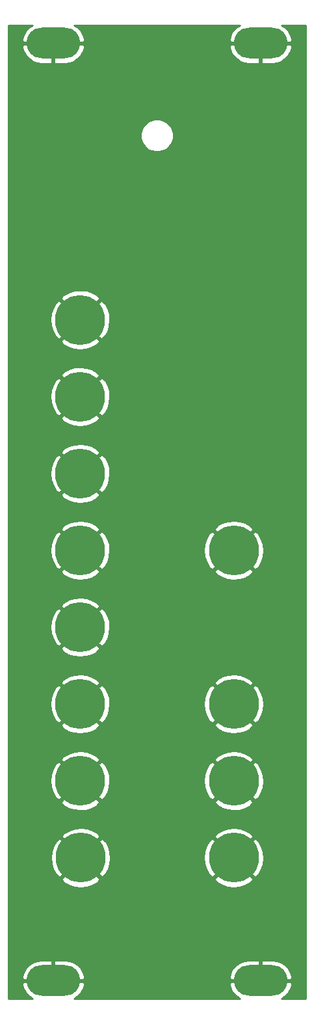
<source format=gbl>
G04 #@! TF.GenerationSoftware,KiCad,Pcbnew,(5.1.9)-1*
G04 #@! TF.CreationDate,2021-04-28T19:55:50+02:00*
G04 #@! TF.ProjectId,KicadJE_Drum_PE78 - Face,4b696361-644a-4455-9f44-72756d5f5045,rev?*
G04 #@! TF.SameCoordinates,Original*
G04 #@! TF.FileFunction,Copper,L2,Bot*
G04 #@! TF.FilePolarity,Positive*
%FSLAX46Y46*%
G04 Gerber Fmt 4.6, Leading zero omitted, Abs format (unit mm)*
G04 Created by KiCad (PCBNEW (5.1.9)-1) date 2021-04-28 19:55:50*
%MOMM*%
%LPD*%
G01*
G04 APERTURE LIST*
G04 #@! TA.AperFunction,ComponentPad*
%ADD10C,6.500000*%
G04 #@! TD*
G04 #@! TA.AperFunction,ComponentPad*
%ADD11O,7.000000X4.000000*%
G04 #@! TD*
G04 #@! TA.AperFunction,Conductor*
%ADD12C,0.254000*%
G04 #@! TD*
G04 #@! TA.AperFunction,Conductor*
%ADD13C,0.150000*%
G04 #@! TD*
G04 APERTURE END LIST*
D10*
X223000000Y-135000000D03*
X223000000Y-125000000D03*
X203000000Y-75000000D03*
X203000000Y-85000000D03*
X203000000Y-95000000D03*
D11*
X226500000Y-39000000D03*
X199500000Y-39000000D03*
X199500000Y-161000000D03*
D10*
X203000000Y-105000000D03*
D11*
X226500000Y-161000000D03*
D10*
X203000000Y-115000000D03*
X203075001Y-145000000D03*
X203000000Y-125000000D03*
X223000000Y-105000000D03*
X223000000Y-145000000D03*
X203000000Y-135000000D03*
D12*
X196430475Y-36879635D02*
X196046970Y-37226576D01*
X195738519Y-37641669D01*
X195516975Y-38108962D01*
X195420333Y-38462838D01*
X195527009Y-38873000D01*
X199373000Y-38873000D01*
X199373000Y-38853000D01*
X199627000Y-38853000D01*
X199627000Y-38873000D01*
X203472991Y-38873000D01*
X203579667Y-38462838D01*
X203483025Y-38108962D01*
X203261481Y-37641669D01*
X202953030Y-37226576D01*
X202569525Y-36879635D01*
X202202314Y-36660000D01*
X223797686Y-36660000D01*
X223430475Y-36879635D01*
X223046970Y-37226576D01*
X222738519Y-37641669D01*
X222516975Y-38108962D01*
X222420333Y-38462838D01*
X222527009Y-38873000D01*
X226373000Y-38873000D01*
X226373000Y-38853000D01*
X226627000Y-38853000D01*
X226627000Y-38873000D01*
X230472991Y-38873000D01*
X230579667Y-38462838D01*
X230483025Y-38108962D01*
X230261481Y-37641669D01*
X229953030Y-37226576D01*
X229569525Y-36879635D01*
X229202314Y-36660000D01*
X232340000Y-36660000D01*
X232340001Y-163340000D01*
X229202314Y-163340000D01*
X229569525Y-163120365D01*
X229953030Y-162773424D01*
X230261481Y-162358331D01*
X230483025Y-161891038D01*
X230579667Y-161537162D01*
X230472991Y-161127000D01*
X226627000Y-161127000D01*
X226627000Y-161147000D01*
X226373000Y-161147000D01*
X226373000Y-161127000D01*
X222527009Y-161127000D01*
X222420333Y-161537162D01*
X222516975Y-161891038D01*
X222738519Y-162358331D01*
X223046970Y-162773424D01*
X223430475Y-163120365D01*
X223797686Y-163340000D01*
X202202314Y-163340000D01*
X202569525Y-163120365D01*
X202953030Y-162773424D01*
X203261481Y-162358331D01*
X203483025Y-161891038D01*
X203579667Y-161537162D01*
X203472991Y-161127000D01*
X199627000Y-161127000D01*
X199627000Y-161147000D01*
X199373000Y-161147000D01*
X199373000Y-161127000D01*
X195527009Y-161127000D01*
X195420333Y-161537162D01*
X195516975Y-161891038D01*
X195738519Y-162358331D01*
X196046970Y-162773424D01*
X196430475Y-163120365D01*
X196797686Y-163340000D01*
X193660000Y-163340000D01*
X193660000Y-160462838D01*
X195420333Y-160462838D01*
X195527009Y-160873000D01*
X199373000Y-160873000D01*
X199373000Y-158365000D01*
X199627000Y-158365000D01*
X199627000Y-160873000D01*
X203472991Y-160873000D01*
X203579667Y-160462838D01*
X222420333Y-160462838D01*
X222527009Y-160873000D01*
X226373000Y-160873000D01*
X226373000Y-158365000D01*
X226627000Y-158365000D01*
X226627000Y-160873000D01*
X230472991Y-160873000D01*
X230579667Y-160462838D01*
X230483025Y-160108962D01*
X230261481Y-159641669D01*
X229953030Y-159226576D01*
X229569525Y-158879635D01*
X229125704Y-158614178D01*
X228638623Y-158440407D01*
X228127000Y-158365000D01*
X226627000Y-158365000D01*
X226373000Y-158365000D01*
X224873000Y-158365000D01*
X224361377Y-158440407D01*
X223874296Y-158614178D01*
X223430475Y-158879635D01*
X223046970Y-159226576D01*
X222738519Y-159641669D01*
X222516975Y-160108962D01*
X222420333Y-160462838D01*
X203579667Y-160462838D01*
X203483025Y-160108962D01*
X203261481Y-159641669D01*
X202953030Y-159226576D01*
X202569525Y-158879635D01*
X202125704Y-158614178D01*
X201638623Y-158440407D01*
X201127000Y-158365000D01*
X199627000Y-158365000D01*
X199373000Y-158365000D01*
X197873000Y-158365000D01*
X197361377Y-158440407D01*
X196874296Y-158614178D01*
X196430475Y-158879635D01*
X196046970Y-159226576D01*
X195738519Y-159641669D01*
X195516975Y-160108962D01*
X195420333Y-160462838D01*
X193660000Y-160462838D01*
X193660000Y-147736428D01*
X200518178Y-147736428D01*
X200884366Y-148231216D01*
X201556838Y-148596501D01*
X202287651Y-148823575D01*
X203048722Y-148903710D01*
X203810804Y-148833828D01*
X204544609Y-148616614D01*
X205221937Y-148260416D01*
X205265636Y-148231216D01*
X205631824Y-147736428D01*
X220443177Y-147736428D01*
X220809365Y-148231216D01*
X221481837Y-148596501D01*
X222212650Y-148823575D01*
X222973721Y-148903710D01*
X223735803Y-148833828D01*
X224469608Y-148616614D01*
X225146936Y-148260416D01*
X225190635Y-148231216D01*
X225556823Y-147736428D01*
X223000000Y-145179605D01*
X220443177Y-147736428D01*
X205631824Y-147736428D01*
X203075001Y-145179605D01*
X200518178Y-147736428D01*
X193660000Y-147736428D01*
X193660000Y-144973721D01*
X199171291Y-144973721D01*
X199241173Y-145735803D01*
X199458387Y-146469608D01*
X199814585Y-147146936D01*
X199843785Y-147190635D01*
X200338573Y-147556823D01*
X202895396Y-145000000D01*
X203254606Y-145000000D01*
X205811429Y-147556823D01*
X206306217Y-147190635D01*
X206671502Y-146518163D01*
X206898576Y-145787350D01*
X206978711Y-145026279D01*
X206973892Y-144973721D01*
X219096290Y-144973721D01*
X219166172Y-145735803D01*
X219383386Y-146469608D01*
X219739584Y-147146936D01*
X219768784Y-147190635D01*
X220263572Y-147556823D01*
X222820395Y-145000000D01*
X223179605Y-145000000D01*
X225736428Y-147556823D01*
X226231216Y-147190635D01*
X226596501Y-146518163D01*
X226823575Y-145787350D01*
X226903710Y-145026279D01*
X226833828Y-144264197D01*
X226616614Y-143530392D01*
X226260416Y-142853064D01*
X226231216Y-142809365D01*
X225736428Y-142443177D01*
X223179605Y-145000000D01*
X222820395Y-145000000D01*
X220263572Y-142443177D01*
X219768784Y-142809365D01*
X219403499Y-143481837D01*
X219176425Y-144212650D01*
X219096290Y-144973721D01*
X206973892Y-144973721D01*
X206908829Y-144264197D01*
X206691615Y-143530392D01*
X206335417Y-142853064D01*
X206306217Y-142809365D01*
X205811429Y-142443177D01*
X203254606Y-145000000D01*
X202895396Y-145000000D01*
X200338573Y-142443177D01*
X199843785Y-142809365D01*
X199478500Y-143481837D01*
X199251426Y-144212650D01*
X199171291Y-144973721D01*
X193660000Y-144973721D01*
X193660000Y-142263572D01*
X200518178Y-142263572D01*
X203075001Y-144820395D01*
X205631824Y-142263572D01*
X220443177Y-142263572D01*
X223000000Y-144820395D01*
X225556823Y-142263572D01*
X225190635Y-141768784D01*
X224518163Y-141403499D01*
X223787350Y-141176425D01*
X223026279Y-141096290D01*
X222264197Y-141166172D01*
X221530392Y-141383386D01*
X220853064Y-141739584D01*
X220809365Y-141768784D01*
X220443177Y-142263572D01*
X205631824Y-142263572D01*
X205265636Y-141768784D01*
X204593164Y-141403499D01*
X203862351Y-141176425D01*
X203101280Y-141096290D01*
X202339198Y-141166172D01*
X201605393Y-141383386D01*
X200928065Y-141739584D01*
X200884366Y-141768784D01*
X200518178Y-142263572D01*
X193660000Y-142263572D01*
X193660000Y-137736428D01*
X200443177Y-137736428D01*
X200809365Y-138231216D01*
X201481837Y-138596501D01*
X202212650Y-138823575D01*
X202973721Y-138903710D01*
X203735803Y-138833828D01*
X204469608Y-138616614D01*
X205146936Y-138260416D01*
X205190635Y-138231216D01*
X205556823Y-137736428D01*
X220443177Y-137736428D01*
X220809365Y-138231216D01*
X221481837Y-138596501D01*
X222212650Y-138823575D01*
X222973721Y-138903710D01*
X223735803Y-138833828D01*
X224469608Y-138616614D01*
X225146936Y-138260416D01*
X225190635Y-138231216D01*
X225556823Y-137736428D01*
X223000000Y-135179605D01*
X220443177Y-137736428D01*
X205556823Y-137736428D01*
X203000000Y-135179605D01*
X200443177Y-137736428D01*
X193660000Y-137736428D01*
X193660000Y-134973721D01*
X199096290Y-134973721D01*
X199166172Y-135735803D01*
X199383386Y-136469608D01*
X199739584Y-137146936D01*
X199768784Y-137190635D01*
X200263572Y-137556823D01*
X202820395Y-135000000D01*
X203179605Y-135000000D01*
X205736428Y-137556823D01*
X206231216Y-137190635D01*
X206596501Y-136518163D01*
X206823575Y-135787350D01*
X206903710Y-135026279D01*
X206898891Y-134973721D01*
X219096290Y-134973721D01*
X219166172Y-135735803D01*
X219383386Y-136469608D01*
X219739584Y-137146936D01*
X219768784Y-137190635D01*
X220263572Y-137556823D01*
X222820395Y-135000000D01*
X223179605Y-135000000D01*
X225736428Y-137556823D01*
X226231216Y-137190635D01*
X226596501Y-136518163D01*
X226823575Y-135787350D01*
X226903710Y-135026279D01*
X226833828Y-134264197D01*
X226616614Y-133530392D01*
X226260416Y-132853064D01*
X226231216Y-132809365D01*
X225736428Y-132443177D01*
X223179605Y-135000000D01*
X222820395Y-135000000D01*
X220263572Y-132443177D01*
X219768784Y-132809365D01*
X219403499Y-133481837D01*
X219176425Y-134212650D01*
X219096290Y-134973721D01*
X206898891Y-134973721D01*
X206833828Y-134264197D01*
X206616614Y-133530392D01*
X206260416Y-132853064D01*
X206231216Y-132809365D01*
X205736428Y-132443177D01*
X203179605Y-135000000D01*
X202820395Y-135000000D01*
X200263572Y-132443177D01*
X199768784Y-132809365D01*
X199403499Y-133481837D01*
X199176425Y-134212650D01*
X199096290Y-134973721D01*
X193660000Y-134973721D01*
X193660000Y-132263572D01*
X200443177Y-132263572D01*
X203000000Y-134820395D01*
X205556823Y-132263572D01*
X220443177Y-132263572D01*
X223000000Y-134820395D01*
X225556823Y-132263572D01*
X225190635Y-131768784D01*
X224518163Y-131403499D01*
X223787350Y-131176425D01*
X223026279Y-131096290D01*
X222264197Y-131166172D01*
X221530392Y-131383386D01*
X220853064Y-131739584D01*
X220809365Y-131768784D01*
X220443177Y-132263572D01*
X205556823Y-132263572D01*
X205190635Y-131768784D01*
X204518163Y-131403499D01*
X203787350Y-131176425D01*
X203026279Y-131096290D01*
X202264197Y-131166172D01*
X201530392Y-131383386D01*
X200853064Y-131739584D01*
X200809365Y-131768784D01*
X200443177Y-132263572D01*
X193660000Y-132263572D01*
X193660000Y-127736428D01*
X200443177Y-127736428D01*
X200809365Y-128231216D01*
X201481837Y-128596501D01*
X202212650Y-128823575D01*
X202973721Y-128903710D01*
X203735803Y-128833828D01*
X204469608Y-128616614D01*
X205146936Y-128260416D01*
X205190635Y-128231216D01*
X205556823Y-127736428D01*
X220443177Y-127736428D01*
X220809365Y-128231216D01*
X221481837Y-128596501D01*
X222212650Y-128823575D01*
X222973721Y-128903710D01*
X223735803Y-128833828D01*
X224469608Y-128616614D01*
X225146936Y-128260416D01*
X225190635Y-128231216D01*
X225556823Y-127736428D01*
X223000000Y-125179605D01*
X220443177Y-127736428D01*
X205556823Y-127736428D01*
X203000000Y-125179605D01*
X200443177Y-127736428D01*
X193660000Y-127736428D01*
X193660000Y-124973721D01*
X199096290Y-124973721D01*
X199166172Y-125735803D01*
X199383386Y-126469608D01*
X199739584Y-127146936D01*
X199768784Y-127190635D01*
X200263572Y-127556823D01*
X202820395Y-125000000D01*
X203179605Y-125000000D01*
X205736428Y-127556823D01*
X206231216Y-127190635D01*
X206596501Y-126518163D01*
X206823575Y-125787350D01*
X206903710Y-125026279D01*
X206898891Y-124973721D01*
X219096290Y-124973721D01*
X219166172Y-125735803D01*
X219383386Y-126469608D01*
X219739584Y-127146936D01*
X219768784Y-127190635D01*
X220263572Y-127556823D01*
X222820395Y-125000000D01*
X223179605Y-125000000D01*
X225736428Y-127556823D01*
X226231216Y-127190635D01*
X226596501Y-126518163D01*
X226823575Y-125787350D01*
X226903710Y-125026279D01*
X226833828Y-124264197D01*
X226616614Y-123530392D01*
X226260416Y-122853064D01*
X226231216Y-122809365D01*
X225736428Y-122443177D01*
X223179605Y-125000000D01*
X222820395Y-125000000D01*
X220263572Y-122443177D01*
X219768784Y-122809365D01*
X219403499Y-123481837D01*
X219176425Y-124212650D01*
X219096290Y-124973721D01*
X206898891Y-124973721D01*
X206833828Y-124264197D01*
X206616614Y-123530392D01*
X206260416Y-122853064D01*
X206231216Y-122809365D01*
X205736428Y-122443177D01*
X203179605Y-125000000D01*
X202820395Y-125000000D01*
X200263572Y-122443177D01*
X199768784Y-122809365D01*
X199403499Y-123481837D01*
X199176425Y-124212650D01*
X199096290Y-124973721D01*
X193660000Y-124973721D01*
X193660000Y-122263572D01*
X200443177Y-122263572D01*
X203000000Y-124820395D01*
X205556823Y-122263572D01*
X220443177Y-122263572D01*
X223000000Y-124820395D01*
X225556823Y-122263572D01*
X225190635Y-121768784D01*
X224518163Y-121403499D01*
X223787350Y-121176425D01*
X223026279Y-121096290D01*
X222264197Y-121166172D01*
X221530392Y-121383386D01*
X220853064Y-121739584D01*
X220809365Y-121768784D01*
X220443177Y-122263572D01*
X205556823Y-122263572D01*
X205190635Y-121768784D01*
X204518163Y-121403499D01*
X203787350Y-121176425D01*
X203026279Y-121096290D01*
X202264197Y-121166172D01*
X201530392Y-121383386D01*
X200853064Y-121739584D01*
X200809365Y-121768784D01*
X200443177Y-122263572D01*
X193660000Y-122263572D01*
X193660000Y-117736428D01*
X200443177Y-117736428D01*
X200809365Y-118231216D01*
X201481837Y-118596501D01*
X202212650Y-118823575D01*
X202973721Y-118903710D01*
X203735803Y-118833828D01*
X204469608Y-118616614D01*
X205146936Y-118260416D01*
X205190635Y-118231216D01*
X205556823Y-117736428D01*
X203000000Y-115179605D01*
X200443177Y-117736428D01*
X193660000Y-117736428D01*
X193660000Y-114973721D01*
X199096290Y-114973721D01*
X199166172Y-115735803D01*
X199383386Y-116469608D01*
X199739584Y-117146936D01*
X199768784Y-117190635D01*
X200263572Y-117556823D01*
X202820395Y-115000000D01*
X203179605Y-115000000D01*
X205736428Y-117556823D01*
X206231216Y-117190635D01*
X206596501Y-116518163D01*
X206823575Y-115787350D01*
X206903710Y-115026279D01*
X206833828Y-114264197D01*
X206616614Y-113530392D01*
X206260416Y-112853064D01*
X206231216Y-112809365D01*
X205736428Y-112443177D01*
X203179605Y-115000000D01*
X202820395Y-115000000D01*
X200263572Y-112443177D01*
X199768784Y-112809365D01*
X199403499Y-113481837D01*
X199176425Y-114212650D01*
X199096290Y-114973721D01*
X193660000Y-114973721D01*
X193660000Y-112263572D01*
X200443177Y-112263572D01*
X203000000Y-114820395D01*
X205556823Y-112263572D01*
X205190635Y-111768784D01*
X204518163Y-111403499D01*
X203787350Y-111176425D01*
X203026279Y-111096290D01*
X202264197Y-111166172D01*
X201530392Y-111383386D01*
X200853064Y-111739584D01*
X200809365Y-111768784D01*
X200443177Y-112263572D01*
X193660000Y-112263572D01*
X193660000Y-107736428D01*
X200443177Y-107736428D01*
X200809365Y-108231216D01*
X201481837Y-108596501D01*
X202212650Y-108823575D01*
X202973721Y-108903710D01*
X203735803Y-108833828D01*
X204469608Y-108616614D01*
X205146936Y-108260416D01*
X205190635Y-108231216D01*
X205556823Y-107736428D01*
X220443177Y-107736428D01*
X220809365Y-108231216D01*
X221481837Y-108596501D01*
X222212650Y-108823575D01*
X222973721Y-108903710D01*
X223735803Y-108833828D01*
X224469608Y-108616614D01*
X225146936Y-108260416D01*
X225190635Y-108231216D01*
X225556823Y-107736428D01*
X223000000Y-105179605D01*
X220443177Y-107736428D01*
X205556823Y-107736428D01*
X203000000Y-105179605D01*
X200443177Y-107736428D01*
X193660000Y-107736428D01*
X193660000Y-104973721D01*
X199096290Y-104973721D01*
X199166172Y-105735803D01*
X199383386Y-106469608D01*
X199739584Y-107146936D01*
X199768784Y-107190635D01*
X200263572Y-107556823D01*
X202820395Y-105000000D01*
X203179605Y-105000000D01*
X205736428Y-107556823D01*
X206231216Y-107190635D01*
X206596501Y-106518163D01*
X206823575Y-105787350D01*
X206903710Y-105026279D01*
X206898891Y-104973721D01*
X219096290Y-104973721D01*
X219166172Y-105735803D01*
X219383386Y-106469608D01*
X219739584Y-107146936D01*
X219768784Y-107190635D01*
X220263572Y-107556823D01*
X222820395Y-105000000D01*
X223179605Y-105000000D01*
X225736428Y-107556823D01*
X226231216Y-107190635D01*
X226596501Y-106518163D01*
X226823575Y-105787350D01*
X226903710Y-105026279D01*
X226833828Y-104264197D01*
X226616614Y-103530392D01*
X226260416Y-102853064D01*
X226231216Y-102809365D01*
X225736428Y-102443177D01*
X223179605Y-105000000D01*
X222820395Y-105000000D01*
X220263572Y-102443177D01*
X219768784Y-102809365D01*
X219403499Y-103481837D01*
X219176425Y-104212650D01*
X219096290Y-104973721D01*
X206898891Y-104973721D01*
X206833828Y-104264197D01*
X206616614Y-103530392D01*
X206260416Y-102853064D01*
X206231216Y-102809365D01*
X205736428Y-102443177D01*
X203179605Y-105000000D01*
X202820395Y-105000000D01*
X200263572Y-102443177D01*
X199768784Y-102809365D01*
X199403499Y-103481837D01*
X199176425Y-104212650D01*
X199096290Y-104973721D01*
X193660000Y-104973721D01*
X193660000Y-102263572D01*
X200443177Y-102263572D01*
X203000000Y-104820395D01*
X205556823Y-102263572D01*
X220443177Y-102263572D01*
X223000000Y-104820395D01*
X225556823Y-102263572D01*
X225190635Y-101768784D01*
X224518163Y-101403499D01*
X223787350Y-101176425D01*
X223026279Y-101096290D01*
X222264197Y-101166172D01*
X221530392Y-101383386D01*
X220853064Y-101739584D01*
X220809365Y-101768784D01*
X220443177Y-102263572D01*
X205556823Y-102263572D01*
X205190635Y-101768784D01*
X204518163Y-101403499D01*
X203787350Y-101176425D01*
X203026279Y-101096290D01*
X202264197Y-101166172D01*
X201530392Y-101383386D01*
X200853064Y-101739584D01*
X200809365Y-101768784D01*
X200443177Y-102263572D01*
X193660000Y-102263572D01*
X193660000Y-97736428D01*
X200443177Y-97736428D01*
X200809365Y-98231216D01*
X201481837Y-98596501D01*
X202212650Y-98823575D01*
X202973721Y-98903710D01*
X203735803Y-98833828D01*
X204469608Y-98616614D01*
X205146936Y-98260416D01*
X205190635Y-98231216D01*
X205556823Y-97736428D01*
X203000000Y-95179605D01*
X200443177Y-97736428D01*
X193660000Y-97736428D01*
X193660000Y-94973721D01*
X199096290Y-94973721D01*
X199166172Y-95735803D01*
X199383386Y-96469608D01*
X199739584Y-97146936D01*
X199768784Y-97190635D01*
X200263572Y-97556823D01*
X202820395Y-95000000D01*
X203179605Y-95000000D01*
X205736428Y-97556823D01*
X206231216Y-97190635D01*
X206596501Y-96518163D01*
X206823575Y-95787350D01*
X206903710Y-95026279D01*
X206833828Y-94264197D01*
X206616614Y-93530392D01*
X206260416Y-92853064D01*
X206231216Y-92809365D01*
X205736428Y-92443177D01*
X203179605Y-95000000D01*
X202820395Y-95000000D01*
X200263572Y-92443177D01*
X199768784Y-92809365D01*
X199403499Y-93481837D01*
X199176425Y-94212650D01*
X199096290Y-94973721D01*
X193660000Y-94973721D01*
X193660000Y-92263572D01*
X200443177Y-92263572D01*
X203000000Y-94820395D01*
X205556823Y-92263572D01*
X205190635Y-91768784D01*
X204518163Y-91403499D01*
X203787350Y-91176425D01*
X203026279Y-91096290D01*
X202264197Y-91166172D01*
X201530392Y-91383386D01*
X200853064Y-91739584D01*
X200809365Y-91768784D01*
X200443177Y-92263572D01*
X193660000Y-92263572D01*
X193660000Y-87736428D01*
X200443177Y-87736428D01*
X200809365Y-88231216D01*
X201481837Y-88596501D01*
X202212650Y-88823575D01*
X202973721Y-88903710D01*
X203735803Y-88833828D01*
X204469608Y-88616614D01*
X205146936Y-88260416D01*
X205190635Y-88231216D01*
X205556823Y-87736428D01*
X203000000Y-85179605D01*
X200443177Y-87736428D01*
X193660000Y-87736428D01*
X193660000Y-84973721D01*
X199096290Y-84973721D01*
X199166172Y-85735803D01*
X199383386Y-86469608D01*
X199739584Y-87146936D01*
X199768784Y-87190635D01*
X200263572Y-87556823D01*
X202820395Y-85000000D01*
X203179605Y-85000000D01*
X205736428Y-87556823D01*
X206231216Y-87190635D01*
X206596501Y-86518163D01*
X206823575Y-85787350D01*
X206903710Y-85026279D01*
X206833828Y-84264197D01*
X206616614Y-83530392D01*
X206260416Y-82853064D01*
X206231216Y-82809365D01*
X205736428Y-82443177D01*
X203179605Y-85000000D01*
X202820395Y-85000000D01*
X200263572Y-82443177D01*
X199768784Y-82809365D01*
X199403499Y-83481837D01*
X199176425Y-84212650D01*
X199096290Y-84973721D01*
X193660000Y-84973721D01*
X193660000Y-82263572D01*
X200443177Y-82263572D01*
X203000000Y-84820395D01*
X205556823Y-82263572D01*
X205190635Y-81768784D01*
X204518163Y-81403499D01*
X203787350Y-81176425D01*
X203026279Y-81096290D01*
X202264197Y-81166172D01*
X201530392Y-81383386D01*
X200853064Y-81739584D01*
X200809365Y-81768784D01*
X200443177Y-82263572D01*
X193660000Y-82263572D01*
X193660000Y-77736428D01*
X200443177Y-77736428D01*
X200809365Y-78231216D01*
X201481837Y-78596501D01*
X202212650Y-78823575D01*
X202973721Y-78903710D01*
X203735803Y-78833828D01*
X204469608Y-78616614D01*
X205146936Y-78260416D01*
X205190635Y-78231216D01*
X205556823Y-77736428D01*
X203000000Y-75179605D01*
X200443177Y-77736428D01*
X193660000Y-77736428D01*
X193660000Y-74973721D01*
X199096290Y-74973721D01*
X199166172Y-75735803D01*
X199383386Y-76469608D01*
X199739584Y-77146936D01*
X199768784Y-77190635D01*
X200263572Y-77556823D01*
X202820395Y-75000000D01*
X203179605Y-75000000D01*
X205736428Y-77556823D01*
X206231216Y-77190635D01*
X206596501Y-76518163D01*
X206823575Y-75787350D01*
X206903710Y-75026279D01*
X206833828Y-74264197D01*
X206616614Y-73530392D01*
X206260416Y-72853064D01*
X206231216Y-72809365D01*
X205736428Y-72443177D01*
X203179605Y-75000000D01*
X202820395Y-75000000D01*
X200263572Y-72443177D01*
X199768784Y-72809365D01*
X199403499Y-73481837D01*
X199176425Y-74212650D01*
X199096290Y-74973721D01*
X193660000Y-74973721D01*
X193660000Y-72263572D01*
X200443177Y-72263572D01*
X203000000Y-74820395D01*
X205556823Y-72263572D01*
X205190635Y-71768784D01*
X204518163Y-71403499D01*
X203787350Y-71176425D01*
X203026279Y-71096290D01*
X202264197Y-71166172D01*
X201530392Y-71383386D01*
X200853064Y-71739584D01*
X200809365Y-71768784D01*
X200443177Y-72263572D01*
X193660000Y-72263572D01*
X193660000Y-50789721D01*
X210865000Y-50789721D01*
X210865000Y-51210279D01*
X210947047Y-51622756D01*
X211107988Y-52011302D01*
X211341637Y-52360983D01*
X211639017Y-52658363D01*
X211988698Y-52892012D01*
X212377244Y-53052953D01*
X212789721Y-53135000D01*
X213210279Y-53135000D01*
X213622756Y-53052953D01*
X214011302Y-52892012D01*
X214360983Y-52658363D01*
X214658363Y-52360983D01*
X214892012Y-52011302D01*
X215052953Y-51622756D01*
X215135000Y-51210279D01*
X215135000Y-50789721D01*
X215052953Y-50377244D01*
X214892012Y-49988698D01*
X214658363Y-49639017D01*
X214360983Y-49341637D01*
X214011302Y-49107988D01*
X213622756Y-48947047D01*
X213210279Y-48865000D01*
X212789721Y-48865000D01*
X212377244Y-48947047D01*
X211988698Y-49107988D01*
X211639017Y-49341637D01*
X211341637Y-49639017D01*
X211107988Y-49988698D01*
X210947047Y-50377244D01*
X210865000Y-50789721D01*
X193660000Y-50789721D01*
X193660000Y-39537162D01*
X195420333Y-39537162D01*
X195516975Y-39891038D01*
X195738519Y-40358331D01*
X196046970Y-40773424D01*
X196430475Y-41120365D01*
X196874296Y-41385822D01*
X197361377Y-41559593D01*
X197873000Y-41635000D01*
X199373000Y-41635000D01*
X199373000Y-39127000D01*
X199627000Y-39127000D01*
X199627000Y-41635000D01*
X201127000Y-41635000D01*
X201638623Y-41559593D01*
X202125704Y-41385822D01*
X202569525Y-41120365D01*
X202953030Y-40773424D01*
X203261481Y-40358331D01*
X203483025Y-39891038D01*
X203579667Y-39537162D01*
X222420333Y-39537162D01*
X222516975Y-39891038D01*
X222738519Y-40358331D01*
X223046970Y-40773424D01*
X223430475Y-41120365D01*
X223874296Y-41385822D01*
X224361377Y-41559593D01*
X224873000Y-41635000D01*
X226373000Y-41635000D01*
X226373000Y-39127000D01*
X226627000Y-39127000D01*
X226627000Y-41635000D01*
X228127000Y-41635000D01*
X228638623Y-41559593D01*
X229125704Y-41385822D01*
X229569525Y-41120365D01*
X229953030Y-40773424D01*
X230261481Y-40358331D01*
X230483025Y-39891038D01*
X230579667Y-39537162D01*
X230472991Y-39127000D01*
X226627000Y-39127000D01*
X226373000Y-39127000D01*
X222527009Y-39127000D01*
X222420333Y-39537162D01*
X203579667Y-39537162D01*
X203472991Y-39127000D01*
X199627000Y-39127000D01*
X199373000Y-39127000D01*
X195527009Y-39127000D01*
X195420333Y-39537162D01*
X193660000Y-39537162D01*
X193660000Y-36660000D01*
X196797686Y-36660000D01*
X196430475Y-36879635D01*
G04 #@! TA.AperFunction,Conductor*
D13*
G36*
X196430475Y-36879635D02*
G01*
X196046970Y-37226576D01*
X195738519Y-37641669D01*
X195516975Y-38108962D01*
X195420333Y-38462838D01*
X195527009Y-38873000D01*
X199373000Y-38873000D01*
X199373000Y-38853000D01*
X199627000Y-38853000D01*
X199627000Y-38873000D01*
X203472991Y-38873000D01*
X203579667Y-38462838D01*
X203483025Y-38108962D01*
X203261481Y-37641669D01*
X202953030Y-37226576D01*
X202569525Y-36879635D01*
X202202314Y-36660000D01*
X223797686Y-36660000D01*
X223430475Y-36879635D01*
X223046970Y-37226576D01*
X222738519Y-37641669D01*
X222516975Y-38108962D01*
X222420333Y-38462838D01*
X222527009Y-38873000D01*
X226373000Y-38873000D01*
X226373000Y-38853000D01*
X226627000Y-38853000D01*
X226627000Y-38873000D01*
X230472991Y-38873000D01*
X230579667Y-38462838D01*
X230483025Y-38108962D01*
X230261481Y-37641669D01*
X229953030Y-37226576D01*
X229569525Y-36879635D01*
X229202314Y-36660000D01*
X232340000Y-36660000D01*
X232340001Y-163340000D01*
X229202314Y-163340000D01*
X229569525Y-163120365D01*
X229953030Y-162773424D01*
X230261481Y-162358331D01*
X230483025Y-161891038D01*
X230579667Y-161537162D01*
X230472991Y-161127000D01*
X226627000Y-161127000D01*
X226627000Y-161147000D01*
X226373000Y-161147000D01*
X226373000Y-161127000D01*
X222527009Y-161127000D01*
X222420333Y-161537162D01*
X222516975Y-161891038D01*
X222738519Y-162358331D01*
X223046970Y-162773424D01*
X223430475Y-163120365D01*
X223797686Y-163340000D01*
X202202314Y-163340000D01*
X202569525Y-163120365D01*
X202953030Y-162773424D01*
X203261481Y-162358331D01*
X203483025Y-161891038D01*
X203579667Y-161537162D01*
X203472991Y-161127000D01*
X199627000Y-161127000D01*
X199627000Y-161147000D01*
X199373000Y-161147000D01*
X199373000Y-161127000D01*
X195527009Y-161127000D01*
X195420333Y-161537162D01*
X195516975Y-161891038D01*
X195738519Y-162358331D01*
X196046970Y-162773424D01*
X196430475Y-163120365D01*
X196797686Y-163340000D01*
X193660000Y-163340000D01*
X193660000Y-160462838D01*
X195420333Y-160462838D01*
X195527009Y-160873000D01*
X199373000Y-160873000D01*
X199373000Y-158365000D01*
X199627000Y-158365000D01*
X199627000Y-160873000D01*
X203472991Y-160873000D01*
X203579667Y-160462838D01*
X222420333Y-160462838D01*
X222527009Y-160873000D01*
X226373000Y-160873000D01*
X226373000Y-158365000D01*
X226627000Y-158365000D01*
X226627000Y-160873000D01*
X230472991Y-160873000D01*
X230579667Y-160462838D01*
X230483025Y-160108962D01*
X230261481Y-159641669D01*
X229953030Y-159226576D01*
X229569525Y-158879635D01*
X229125704Y-158614178D01*
X228638623Y-158440407D01*
X228127000Y-158365000D01*
X226627000Y-158365000D01*
X226373000Y-158365000D01*
X224873000Y-158365000D01*
X224361377Y-158440407D01*
X223874296Y-158614178D01*
X223430475Y-158879635D01*
X223046970Y-159226576D01*
X222738519Y-159641669D01*
X222516975Y-160108962D01*
X222420333Y-160462838D01*
X203579667Y-160462838D01*
X203483025Y-160108962D01*
X203261481Y-159641669D01*
X202953030Y-159226576D01*
X202569525Y-158879635D01*
X202125704Y-158614178D01*
X201638623Y-158440407D01*
X201127000Y-158365000D01*
X199627000Y-158365000D01*
X199373000Y-158365000D01*
X197873000Y-158365000D01*
X197361377Y-158440407D01*
X196874296Y-158614178D01*
X196430475Y-158879635D01*
X196046970Y-159226576D01*
X195738519Y-159641669D01*
X195516975Y-160108962D01*
X195420333Y-160462838D01*
X193660000Y-160462838D01*
X193660000Y-147736428D01*
X200518178Y-147736428D01*
X200884366Y-148231216D01*
X201556838Y-148596501D01*
X202287651Y-148823575D01*
X203048722Y-148903710D01*
X203810804Y-148833828D01*
X204544609Y-148616614D01*
X205221937Y-148260416D01*
X205265636Y-148231216D01*
X205631824Y-147736428D01*
X220443177Y-147736428D01*
X220809365Y-148231216D01*
X221481837Y-148596501D01*
X222212650Y-148823575D01*
X222973721Y-148903710D01*
X223735803Y-148833828D01*
X224469608Y-148616614D01*
X225146936Y-148260416D01*
X225190635Y-148231216D01*
X225556823Y-147736428D01*
X223000000Y-145179605D01*
X220443177Y-147736428D01*
X205631824Y-147736428D01*
X203075001Y-145179605D01*
X200518178Y-147736428D01*
X193660000Y-147736428D01*
X193660000Y-144973721D01*
X199171291Y-144973721D01*
X199241173Y-145735803D01*
X199458387Y-146469608D01*
X199814585Y-147146936D01*
X199843785Y-147190635D01*
X200338573Y-147556823D01*
X202895396Y-145000000D01*
X203254606Y-145000000D01*
X205811429Y-147556823D01*
X206306217Y-147190635D01*
X206671502Y-146518163D01*
X206898576Y-145787350D01*
X206978711Y-145026279D01*
X206973892Y-144973721D01*
X219096290Y-144973721D01*
X219166172Y-145735803D01*
X219383386Y-146469608D01*
X219739584Y-147146936D01*
X219768784Y-147190635D01*
X220263572Y-147556823D01*
X222820395Y-145000000D01*
X223179605Y-145000000D01*
X225736428Y-147556823D01*
X226231216Y-147190635D01*
X226596501Y-146518163D01*
X226823575Y-145787350D01*
X226903710Y-145026279D01*
X226833828Y-144264197D01*
X226616614Y-143530392D01*
X226260416Y-142853064D01*
X226231216Y-142809365D01*
X225736428Y-142443177D01*
X223179605Y-145000000D01*
X222820395Y-145000000D01*
X220263572Y-142443177D01*
X219768784Y-142809365D01*
X219403499Y-143481837D01*
X219176425Y-144212650D01*
X219096290Y-144973721D01*
X206973892Y-144973721D01*
X206908829Y-144264197D01*
X206691615Y-143530392D01*
X206335417Y-142853064D01*
X206306217Y-142809365D01*
X205811429Y-142443177D01*
X203254606Y-145000000D01*
X202895396Y-145000000D01*
X200338573Y-142443177D01*
X199843785Y-142809365D01*
X199478500Y-143481837D01*
X199251426Y-144212650D01*
X199171291Y-144973721D01*
X193660000Y-144973721D01*
X193660000Y-142263572D01*
X200518178Y-142263572D01*
X203075001Y-144820395D01*
X205631824Y-142263572D01*
X220443177Y-142263572D01*
X223000000Y-144820395D01*
X225556823Y-142263572D01*
X225190635Y-141768784D01*
X224518163Y-141403499D01*
X223787350Y-141176425D01*
X223026279Y-141096290D01*
X222264197Y-141166172D01*
X221530392Y-141383386D01*
X220853064Y-141739584D01*
X220809365Y-141768784D01*
X220443177Y-142263572D01*
X205631824Y-142263572D01*
X205265636Y-141768784D01*
X204593164Y-141403499D01*
X203862351Y-141176425D01*
X203101280Y-141096290D01*
X202339198Y-141166172D01*
X201605393Y-141383386D01*
X200928065Y-141739584D01*
X200884366Y-141768784D01*
X200518178Y-142263572D01*
X193660000Y-142263572D01*
X193660000Y-137736428D01*
X200443177Y-137736428D01*
X200809365Y-138231216D01*
X201481837Y-138596501D01*
X202212650Y-138823575D01*
X202973721Y-138903710D01*
X203735803Y-138833828D01*
X204469608Y-138616614D01*
X205146936Y-138260416D01*
X205190635Y-138231216D01*
X205556823Y-137736428D01*
X220443177Y-137736428D01*
X220809365Y-138231216D01*
X221481837Y-138596501D01*
X222212650Y-138823575D01*
X222973721Y-138903710D01*
X223735803Y-138833828D01*
X224469608Y-138616614D01*
X225146936Y-138260416D01*
X225190635Y-138231216D01*
X225556823Y-137736428D01*
X223000000Y-135179605D01*
X220443177Y-137736428D01*
X205556823Y-137736428D01*
X203000000Y-135179605D01*
X200443177Y-137736428D01*
X193660000Y-137736428D01*
X193660000Y-134973721D01*
X199096290Y-134973721D01*
X199166172Y-135735803D01*
X199383386Y-136469608D01*
X199739584Y-137146936D01*
X199768784Y-137190635D01*
X200263572Y-137556823D01*
X202820395Y-135000000D01*
X203179605Y-135000000D01*
X205736428Y-137556823D01*
X206231216Y-137190635D01*
X206596501Y-136518163D01*
X206823575Y-135787350D01*
X206903710Y-135026279D01*
X206898891Y-134973721D01*
X219096290Y-134973721D01*
X219166172Y-135735803D01*
X219383386Y-136469608D01*
X219739584Y-137146936D01*
X219768784Y-137190635D01*
X220263572Y-137556823D01*
X222820395Y-135000000D01*
X223179605Y-135000000D01*
X225736428Y-137556823D01*
X226231216Y-137190635D01*
X226596501Y-136518163D01*
X226823575Y-135787350D01*
X226903710Y-135026279D01*
X226833828Y-134264197D01*
X226616614Y-133530392D01*
X226260416Y-132853064D01*
X226231216Y-132809365D01*
X225736428Y-132443177D01*
X223179605Y-135000000D01*
X222820395Y-135000000D01*
X220263572Y-132443177D01*
X219768784Y-132809365D01*
X219403499Y-133481837D01*
X219176425Y-134212650D01*
X219096290Y-134973721D01*
X206898891Y-134973721D01*
X206833828Y-134264197D01*
X206616614Y-133530392D01*
X206260416Y-132853064D01*
X206231216Y-132809365D01*
X205736428Y-132443177D01*
X203179605Y-135000000D01*
X202820395Y-135000000D01*
X200263572Y-132443177D01*
X199768784Y-132809365D01*
X199403499Y-133481837D01*
X199176425Y-134212650D01*
X199096290Y-134973721D01*
X193660000Y-134973721D01*
X193660000Y-132263572D01*
X200443177Y-132263572D01*
X203000000Y-134820395D01*
X205556823Y-132263572D01*
X220443177Y-132263572D01*
X223000000Y-134820395D01*
X225556823Y-132263572D01*
X225190635Y-131768784D01*
X224518163Y-131403499D01*
X223787350Y-131176425D01*
X223026279Y-131096290D01*
X222264197Y-131166172D01*
X221530392Y-131383386D01*
X220853064Y-131739584D01*
X220809365Y-131768784D01*
X220443177Y-132263572D01*
X205556823Y-132263572D01*
X205190635Y-131768784D01*
X204518163Y-131403499D01*
X203787350Y-131176425D01*
X203026279Y-131096290D01*
X202264197Y-131166172D01*
X201530392Y-131383386D01*
X200853064Y-131739584D01*
X200809365Y-131768784D01*
X200443177Y-132263572D01*
X193660000Y-132263572D01*
X193660000Y-127736428D01*
X200443177Y-127736428D01*
X200809365Y-128231216D01*
X201481837Y-128596501D01*
X202212650Y-128823575D01*
X202973721Y-128903710D01*
X203735803Y-128833828D01*
X204469608Y-128616614D01*
X205146936Y-128260416D01*
X205190635Y-128231216D01*
X205556823Y-127736428D01*
X220443177Y-127736428D01*
X220809365Y-128231216D01*
X221481837Y-128596501D01*
X222212650Y-128823575D01*
X222973721Y-128903710D01*
X223735803Y-128833828D01*
X224469608Y-128616614D01*
X225146936Y-128260416D01*
X225190635Y-128231216D01*
X225556823Y-127736428D01*
X223000000Y-125179605D01*
X220443177Y-127736428D01*
X205556823Y-127736428D01*
X203000000Y-125179605D01*
X200443177Y-127736428D01*
X193660000Y-127736428D01*
X193660000Y-124973721D01*
X199096290Y-124973721D01*
X199166172Y-125735803D01*
X199383386Y-126469608D01*
X199739584Y-127146936D01*
X199768784Y-127190635D01*
X200263572Y-127556823D01*
X202820395Y-125000000D01*
X203179605Y-125000000D01*
X205736428Y-127556823D01*
X206231216Y-127190635D01*
X206596501Y-126518163D01*
X206823575Y-125787350D01*
X206903710Y-125026279D01*
X206898891Y-124973721D01*
X219096290Y-124973721D01*
X219166172Y-125735803D01*
X219383386Y-126469608D01*
X219739584Y-127146936D01*
X219768784Y-127190635D01*
X220263572Y-127556823D01*
X222820395Y-125000000D01*
X223179605Y-125000000D01*
X225736428Y-127556823D01*
X226231216Y-127190635D01*
X226596501Y-126518163D01*
X226823575Y-125787350D01*
X226903710Y-125026279D01*
X226833828Y-124264197D01*
X226616614Y-123530392D01*
X226260416Y-122853064D01*
X226231216Y-122809365D01*
X225736428Y-122443177D01*
X223179605Y-125000000D01*
X222820395Y-125000000D01*
X220263572Y-122443177D01*
X219768784Y-122809365D01*
X219403499Y-123481837D01*
X219176425Y-124212650D01*
X219096290Y-124973721D01*
X206898891Y-124973721D01*
X206833828Y-124264197D01*
X206616614Y-123530392D01*
X206260416Y-122853064D01*
X206231216Y-122809365D01*
X205736428Y-122443177D01*
X203179605Y-125000000D01*
X202820395Y-125000000D01*
X200263572Y-122443177D01*
X199768784Y-122809365D01*
X199403499Y-123481837D01*
X199176425Y-124212650D01*
X199096290Y-124973721D01*
X193660000Y-124973721D01*
X193660000Y-122263572D01*
X200443177Y-122263572D01*
X203000000Y-124820395D01*
X205556823Y-122263572D01*
X220443177Y-122263572D01*
X223000000Y-124820395D01*
X225556823Y-122263572D01*
X225190635Y-121768784D01*
X224518163Y-121403499D01*
X223787350Y-121176425D01*
X223026279Y-121096290D01*
X222264197Y-121166172D01*
X221530392Y-121383386D01*
X220853064Y-121739584D01*
X220809365Y-121768784D01*
X220443177Y-122263572D01*
X205556823Y-122263572D01*
X205190635Y-121768784D01*
X204518163Y-121403499D01*
X203787350Y-121176425D01*
X203026279Y-121096290D01*
X202264197Y-121166172D01*
X201530392Y-121383386D01*
X200853064Y-121739584D01*
X200809365Y-121768784D01*
X200443177Y-122263572D01*
X193660000Y-122263572D01*
X193660000Y-117736428D01*
X200443177Y-117736428D01*
X200809365Y-118231216D01*
X201481837Y-118596501D01*
X202212650Y-118823575D01*
X202973721Y-118903710D01*
X203735803Y-118833828D01*
X204469608Y-118616614D01*
X205146936Y-118260416D01*
X205190635Y-118231216D01*
X205556823Y-117736428D01*
X203000000Y-115179605D01*
X200443177Y-117736428D01*
X193660000Y-117736428D01*
X193660000Y-114973721D01*
X199096290Y-114973721D01*
X199166172Y-115735803D01*
X199383386Y-116469608D01*
X199739584Y-117146936D01*
X199768784Y-117190635D01*
X200263572Y-117556823D01*
X202820395Y-115000000D01*
X203179605Y-115000000D01*
X205736428Y-117556823D01*
X206231216Y-117190635D01*
X206596501Y-116518163D01*
X206823575Y-115787350D01*
X206903710Y-115026279D01*
X206833828Y-114264197D01*
X206616614Y-113530392D01*
X206260416Y-112853064D01*
X206231216Y-112809365D01*
X205736428Y-112443177D01*
X203179605Y-115000000D01*
X202820395Y-115000000D01*
X200263572Y-112443177D01*
X199768784Y-112809365D01*
X199403499Y-113481837D01*
X199176425Y-114212650D01*
X199096290Y-114973721D01*
X193660000Y-114973721D01*
X193660000Y-112263572D01*
X200443177Y-112263572D01*
X203000000Y-114820395D01*
X205556823Y-112263572D01*
X205190635Y-111768784D01*
X204518163Y-111403499D01*
X203787350Y-111176425D01*
X203026279Y-111096290D01*
X202264197Y-111166172D01*
X201530392Y-111383386D01*
X200853064Y-111739584D01*
X200809365Y-111768784D01*
X200443177Y-112263572D01*
X193660000Y-112263572D01*
X193660000Y-107736428D01*
X200443177Y-107736428D01*
X200809365Y-108231216D01*
X201481837Y-108596501D01*
X202212650Y-108823575D01*
X202973721Y-108903710D01*
X203735803Y-108833828D01*
X204469608Y-108616614D01*
X205146936Y-108260416D01*
X205190635Y-108231216D01*
X205556823Y-107736428D01*
X220443177Y-107736428D01*
X220809365Y-108231216D01*
X221481837Y-108596501D01*
X222212650Y-108823575D01*
X222973721Y-108903710D01*
X223735803Y-108833828D01*
X224469608Y-108616614D01*
X225146936Y-108260416D01*
X225190635Y-108231216D01*
X225556823Y-107736428D01*
X223000000Y-105179605D01*
X220443177Y-107736428D01*
X205556823Y-107736428D01*
X203000000Y-105179605D01*
X200443177Y-107736428D01*
X193660000Y-107736428D01*
X193660000Y-104973721D01*
X199096290Y-104973721D01*
X199166172Y-105735803D01*
X199383386Y-106469608D01*
X199739584Y-107146936D01*
X199768784Y-107190635D01*
X200263572Y-107556823D01*
X202820395Y-105000000D01*
X203179605Y-105000000D01*
X205736428Y-107556823D01*
X206231216Y-107190635D01*
X206596501Y-106518163D01*
X206823575Y-105787350D01*
X206903710Y-105026279D01*
X206898891Y-104973721D01*
X219096290Y-104973721D01*
X219166172Y-105735803D01*
X219383386Y-106469608D01*
X219739584Y-107146936D01*
X219768784Y-107190635D01*
X220263572Y-107556823D01*
X222820395Y-105000000D01*
X223179605Y-105000000D01*
X225736428Y-107556823D01*
X226231216Y-107190635D01*
X226596501Y-106518163D01*
X226823575Y-105787350D01*
X226903710Y-105026279D01*
X226833828Y-104264197D01*
X226616614Y-103530392D01*
X226260416Y-102853064D01*
X226231216Y-102809365D01*
X225736428Y-102443177D01*
X223179605Y-105000000D01*
X222820395Y-105000000D01*
X220263572Y-102443177D01*
X219768784Y-102809365D01*
X219403499Y-103481837D01*
X219176425Y-104212650D01*
X219096290Y-104973721D01*
X206898891Y-104973721D01*
X206833828Y-104264197D01*
X206616614Y-103530392D01*
X206260416Y-102853064D01*
X206231216Y-102809365D01*
X205736428Y-102443177D01*
X203179605Y-105000000D01*
X202820395Y-105000000D01*
X200263572Y-102443177D01*
X199768784Y-102809365D01*
X199403499Y-103481837D01*
X199176425Y-104212650D01*
X199096290Y-104973721D01*
X193660000Y-104973721D01*
X193660000Y-102263572D01*
X200443177Y-102263572D01*
X203000000Y-104820395D01*
X205556823Y-102263572D01*
X220443177Y-102263572D01*
X223000000Y-104820395D01*
X225556823Y-102263572D01*
X225190635Y-101768784D01*
X224518163Y-101403499D01*
X223787350Y-101176425D01*
X223026279Y-101096290D01*
X222264197Y-101166172D01*
X221530392Y-101383386D01*
X220853064Y-101739584D01*
X220809365Y-101768784D01*
X220443177Y-102263572D01*
X205556823Y-102263572D01*
X205190635Y-101768784D01*
X204518163Y-101403499D01*
X203787350Y-101176425D01*
X203026279Y-101096290D01*
X202264197Y-101166172D01*
X201530392Y-101383386D01*
X200853064Y-101739584D01*
X200809365Y-101768784D01*
X200443177Y-102263572D01*
X193660000Y-102263572D01*
X193660000Y-97736428D01*
X200443177Y-97736428D01*
X200809365Y-98231216D01*
X201481837Y-98596501D01*
X202212650Y-98823575D01*
X202973721Y-98903710D01*
X203735803Y-98833828D01*
X204469608Y-98616614D01*
X205146936Y-98260416D01*
X205190635Y-98231216D01*
X205556823Y-97736428D01*
X203000000Y-95179605D01*
X200443177Y-97736428D01*
X193660000Y-97736428D01*
X193660000Y-94973721D01*
X199096290Y-94973721D01*
X199166172Y-95735803D01*
X199383386Y-96469608D01*
X199739584Y-97146936D01*
X199768784Y-97190635D01*
X200263572Y-97556823D01*
X202820395Y-95000000D01*
X203179605Y-95000000D01*
X205736428Y-97556823D01*
X206231216Y-97190635D01*
X206596501Y-96518163D01*
X206823575Y-95787350D01*
X206903710Y-95026279D01*
X206833828Y-94264197D01*
X206616614Y-93530392D01*
X206260416Y-92853064D01*
X206231216Y-92809365D01*
X205736428Y-92443177D01*
X203179605Y-95000000D01*
X202820395Y-95000000D01*
X200263572Y-92443177D01*
X199768784Y-92809365D01*
X199403499Y-93481837D01*
X199176425Y-94212650D01*
X199096290Y-94973721D01*
X193660000Y-94973721D01*
X193660000Y-92263572D01*
X200443177Y-92263572D01*
X203000000Y-94820395D01*
X205556823Y-92263572D01*
X205190635Y-91768784D01*
X204518163Y-91403499D01*
X203787350Y-91176425D01*
X203026279Y-91096290D01*
X202264197Y-91166172D01*
X201530392Y-91383386D01*
X200853064Y-91739584D01*
X200809365Y-91768784D01*
X200443177Y-92263572D01*
X193660000Y-92263572D01*
X193660000Y-87736428D01*
X200443177Y-87736428D01*
X200809365Y-88231216D01*
X201481837Y-88596501D01*
X202212650Y-88823575D01*
X202973721Y-88903710D01*
X203735803Y-88833828D01*
X204469608Y-88616614D01*
X205146936Y-88260416D01*
X205190635Y-88231216D01*
X205556823Y-87736428D01*
X203000000Y-85179605D01*
X200443177Y-87736428D01*
X193660000Y-87736428D01*
X193660000Y-84973721D01*
X199096290Y-84973721D01*
X199166172Y-85735803D01*
X199383386Y-86469608D01*
X199739584Y-87146936D01*
X199768784Y-87190635D01*
X200263572Y-87556823D01*
X202820395Y-85000000D01*
X203179605Y-85000000D01*
X205736428Y-87556823D01*
X206231216Y-87190635D01*
X206596501Y-86518163D01*
X206823575Y-85787350D01*
X206903710Y-85026279D01*
X206833828Y-84264197D01*
X206616614Y-83530392D01*
X206260416Y-82853064D01*
X206231216Y-82809365D01*
X205736428Y-82443177D01*
X203179605Y-85000000D01*
X202820395Y-85000000D01*
X200263572Y-82443177D01*
X199768784Y-82809365D01*
X199403499Y-83481837D01*
X199176425Y-84212650D01*
X199096290Y-84973721D01*
X193660000Y-84973721D01*
X193660000Y-82263572D01*
X200443177Y-82263572D01*
X203000000Y-84820395D01*
X205556823Y-82263572D01*
X205190635Y-81768784D01*
X204518163Y-81403499D01*
X203787350Y-81176425D01*
X203026279Y-81096290D01*
X202264197Y-81166172D01*
X201530392Y-81383386D01*
X200853064Y-81739584D01*
X200809365Y-81768784D01*
X200443177Y-82263572D01*
X193660000Y-82263572D01*
X193660000Y-77736428D01*
X200443177Y-77736428D01*
X200809365Y-78231216D01*
X201481837Y-78596501D01*
X202212650Y-78823575D01*
X202973721Y-78903710D01*
X203735803Y-78833828D01*
X204469608Y-78616614D01*
X205146936Y-78260416D01*
X205190635Y-78231216D01*
X205556823Y-77736428D01*
X203000000Y-75179605D01*
X200443177Y-77736428D01*
X193660000Y-77736428D01*
X193660000Y-74973721D01*
X199096290Y-74973721D01*
X199166172Y-75735803D01*
X199383386Y-76469608D01*
X199739584Y-77146936D01*
X199768784Y-77190635D01*
X200263572Y-77556823D01*
X202820395Y-75000000D01*
X203179605Y-75000000D01*
X205736428Y-77556823D01*
X206231216Y-77190635D01*
X206596501Y-76518163D01*
X206823575Y-75787350D01*
X206903710Y-75026279D01*
X206833828Y-74264197D01*
X206616614Y-73530392D01*
X206260416Y-72853064D01*
X206231216Y-72809365D01*
X205736428Y-72443177D01*
X203179605Y-75000000D01*
X202820395Y-75000000D01*
X200263572Y-72443177D01*
X199768784Y-72809365D01*
X199403499Y-73481837D01*
X199176425Y-74212650D01*
X199096290Y-74973721D01*
X193660000Y-74973721D01*
X193660000Y-72263572D01*
X200443177Y-72263572D01*
X203000000Y-74820395D01*
X205556823Y-72263572D01*
X205190635Y-71768784D01*
X204518163Y-71403499D01*
X203787350Y-71176425D01*
X203026279Y-71096290D01*
X202264197Y-71166172D01*
X201530392Y-71383386D01*
X200853064Y-71739584D01*
X200809365Y-71768784D01*
X200443177Y-72263572D01*
X193660000Y-72263572D01*
X193660000Y-50789721D01*
X210865000Y-50789721D01*
X210865000Y-51210279D01*
X210947047Y-51622756D01*
X211107988Y-52011302D01*
X211341637Y-52360983D01*
X211639017Y-52658363D01*
X211988698Y-52892012D01*
X212377244Y-53052953D01*
X212789721Y-53135000D01*
X213210279Y-53135000D01*
X213622756Y-53052953D01*
X214011302Y-52892012D01*
X214360983Y-52658363D01*
X214658363Y-52360983D01*
X214892012Y-52011302D01*
X215052953Y-51622756D01*
X215135000Y-51210279D01*
X215135000Y-50789721D01*
X215052953Y-50377244D01*
X214892012Y-49988698D01*
X214658363Y-49639017D01*
X214360983Y-49341637D01*
X214011302Y-49107988D01*
X213622756Y-48947047D01*
X213210279Y-48865000D01*
X212789721Y-48865000D01*
X212377244Y-48947047D01*
X211988698Y-49107988D01*
X211639017Y-49341637D01*
X211341637Y-49639017D01*
X211107988Y-49988698D01*
X210947047Y-50377244D01*
X210865000Y-50789721D01*
X193660000Y-50789721D01*
X193660000Y-39537162D01*
X195420333Y-39537162D01*
X195516975Y-39891038D01*
X195738519Y-40358331D01*
X196046970Y-40773424D01*
X196430475Y-41120365D01*
X196874296Y-41385822D01*
X197361377Y-41559593D01*
X197873000Y-41635000D01*
X199373000Y-41635000D01*
X199373000Y-39127000D01*
X199627000Y-39127000D01*
X199627000Y-41635000D01*
X201127000Y-41635000D01*
X201638623Y-41559593D01*
X202125704Y-41385822D01*
X202569525Y-41120365D01*
X202953030Y-40773424D01*
X203261481Y-40358331D01*
X203483025Y-39891038D01*
X203579667Y-39537162D01*
X222420333Y-39537162D01*
X222516975Y-39891038D01*
X222738519Y-40358331D01*
X223046970Y-40773424D01*
X223430475Y-41120365D01*
X223874296Y-41385822D01*
X224361377Y-41559593D01*
X224873000Y-41635000D01*
X226373000Y-41635000D01*
X226373000Y-39127000D01*
X226627000Y-39127000D01*
X226627000Y-41635000D01*
X228127000Y-41635000D01*
X228638623Y-41559593D01*
X229125704Y-41385822D01*
X229569525Y-41120365D01*
X229953030Y-40773424D01*
X230261481Y-40358331D01*
X230483025Y-39891038D01*
X230579667Y-39537162D01*
X230472991Y-39127000D01*
X226627000Y-39127000D01*
X226373000Y-39127000D01*
X222527009Y-39127000D01*
X222420333Y-39537162D01*
X203579667Y-39537162D01*
X203472991Y-39127000D01*
X199627000Y-39127000D01*
X199373000Y-39127000D01*
X195527009Y-39127000D01*
X195420333Y-39537162D01*
X193660000Y-39537162D01*
X193660000Y-36660000D01*
X196797686Y-36660000D01*
X196430475Y-36879635D01*
G37*
G04 #@! TD.AperFunction*
M02*

</source>
